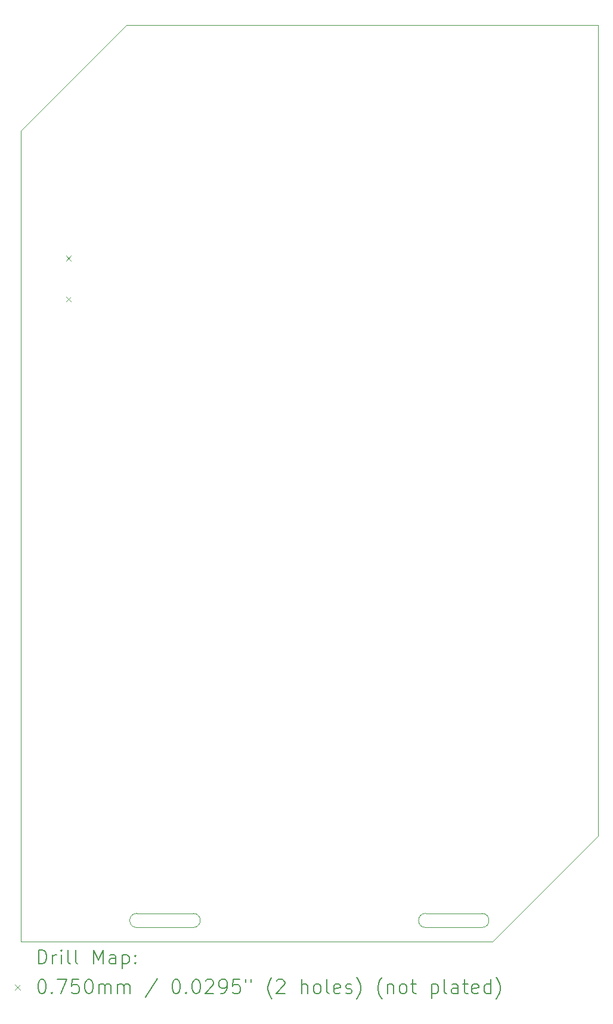
<source format=gbr>
%TF.GenerationSoftware,KiCad,Pcbnew,8.0.0*%
%TF.CreationDate,2024-05-13T05:07:44+08:00*%
%TF.ProjectId,pcb_badge,7063625f-6261-4646-9765-2e6b69636164,rev?*%
%TF.SameCoordinates,Original*%
%TF.FileFunction,Drillmap*%
%TF.FilePolarity,Positive*%
%FSLAX45Y45*%
G04 Gerber Fmt 4.5, Leading zero omitted, Abs format (unit mm)*
G04 Created by KiCad (PCBNEW 8.0.0) date 2024-05-13 05:07:44*
%MOMM*%
%LPD*%
G01*
G04 APERTURE LIST*
%ADD10C,0.100000*%
%ADD11C,0.200000*%
G04 APERTURE END LIST*
D10*
X13950000Y-15600000D02*
G75*
G02*
X13950000Y-15800000I0J-100000D01*
G01*
X9050000Y-15800000D02*
X9850000Y-15800000D01*
X9050000Y-15800000D02*
G75*
G02*
X9050000Y-15600000I0J100000D01*
G01*
X8900000Y-3000000D02*
X15600000Y-3000000D01*
X7400000Y-4500000D02*
X7400000Y-16000000D01*
X13150000Y-15600000D02*
X13950000Y-15600000D01*
X13150000Y-15800000D02*
X13950000Y-15800000D01*
X13150000Y-15800000D02*
G75*
G02*
X13150000Y-15600000I0J100000D01*
G01*
X14100000Y-16000000D02*
X15600000Y-14500000D01*
X9050000Y-15600000D02*
X9850000Y-15600000D01*
X9850000Y-15600000D02*
G75*
G02*
X9850000Y-15800000I0J-100000D01*
G01*
X7400000Y-16000000D02*
X14100000Y-16000000D01*
X15600000Y-14500000D02*
X15600000Y-3000000D01*
X8900000Y-3000000D02*
X7400000Y-4500000D01*
D11*
D10*
X8043500Y-6272500D02*
X8118500Y-6347500D01*
X8118500Y-6272500D02*
X8043500Y-6347500D01*
X8043500Y-6852500D02*
X8118500Y-6927500D01*
X8118500Y-6852500D02*
X8043500Y-6927500D01*
D11*
X7655777Y-16316484D02*
X7655777Y-16116484D01*
X7655777Y-16116484D02*
X7703396Y-16116484D01*
X7703396Y-16116484D02*
X7731967Y-16126008D01*
X7731967Y-16126008D02*
X7751015Y-16145055D01*
X7751015Y-16145055D02*
X7760539Y-16164103D01*
X7760539Y-16164103D02*
X7770063Y-16202198D01*
X7770063Y-16202198D02*
X7770063Y-16230769D01*
X7770063Y-16230769D02*
X7760539Y-16268865D01*
X7760539Y-16268865D02*
X7751015Y-16287912D01*
X7751015Y-16287912D02*
X7731967Y-16306960D01*
X7731967Y-16306960D02*
X7703396Y-16316484D01*
X7703396Y-16316484D02*
X7655777Y-16316484D01*
X7855777Y-16316484D02*
X7855777Y-16183150D01*
X7855777Y-16221246D02*
X7865301Y-16202198D01*
X7865301Y-16202198D02*
X7874825Y-16192674D01*
X7874825Y-16192674D02*
X7893872Y-16183150D01*
X7893872Y-16183150D02*
X7912920Y-16183150D01*
X7979586Y-16316484D02*
X7979586Y-16183150D01*
X7979586Y-16116484D02*
X7970063Y-16126008D01*
X7970063Y-16126008D02*
X7979586Y-16135531D01*
X7979586Y-16135531D02*
X7989110Y-16126008D01*
X7989110Y-16126008D02*
X7979586Y-16116484D01*
X7979586Y-16116484D02*
X7979586Y-16135531D01*
X8103396Y-16316484D02*
X8084348Y-16306960D01*
X8084348Y-16306960D02*
X8074825Y-16287912D01*
X8074825Y-16287912D02*
X8074825Y-16116484D01*
X8208158Y-16316484D02*
X8189110Y-16306960D01*
X8189110Y-16306960D02*
X8179586Y-16287912D01*
X8179586Y-16287912D02*
X8179586Y-16116484D01*
X8436729Y-16316484D02*
X8436729Y-16116484D01*
X8436729Y-16116484D02*
X8503396Y-16259341D01*
X8503396Y-16259341D02*
X8570063Y-16116484D01*
X8570063Y-16116484D02*
X8570063Y-16316484D01*
X8751015Y-16316484D02*
X8751015Y-16211722D01*
X8751015Y-16211722D02*
X8741491Y-16192674D01*
X8741491Y-16192674D02*
X8722444Y-16183150D01*
X8722444Y-16183150D02*
X8684348Y-16183150D01*
X8684348Y-16183150D02*
X8665301Y-16192674D01*
X8751015Y-16306960D02*
X8731968Y-16316484D01*
X8731968Y-16316484D02*
X8684348Y-16316484D01*
X8684348Y-16316484D02*
X8665301Y-16306960D01*
X8665301Y-16306960D02*
X8655777Y-16287912D01*
X8655777Y-16287912D02*
X8655777Y-16268865D01*
X8655777Y-16268865D02*
X8665301Y-16249817D01*
X8665301Y-16249817D02*
X8684348Y-16240293D01*
X8684348Y-16240293D02*
X8731968Y-16240293D01*
X8731968Y-16240293D02*
X8751015Y-16230769D01*
X8846253Y-16183150D02*
X8846253Y-16383150D01*
X8846253Y-16192674D02*
X8865301Y-16183150D01*
X8865301Y-16183150D02*
X8903396Y-16183150D01*
X8903396Y-16183150D02*
X8922444Y-16192674D01*
X8922444Y-16192674D02*
X8931968Y-16202198D01*
X8931968Y-16202198D02*
X8941491Y-16221246D01*
X8941491Y-16221246D02*
X8941491Y-16278388D01*
X8941491Y-16278388D02*
X8931968Y-16297436D01*
X8931968Y-16297436D02*
X8922444Y-16306960D01*
X8922444Y-16306960D02*
X8903396Y-16316484D01*
X8903396Y-16316484D02*
X8865301Y-16316484D01*
X8865301Y-16316484D02*
X8846253Y-16306960D01*
X9027206Y-16297436D02*
X9036729Y-16306960D01*
X9036729Y-16306960D02*
X9027206Y-16316484D01*
X9027206Y-16316484D02*
X9017682Y-16306960D01*
X9017682Y-16306960D02*
X9027206Y-16297436D01*
X9027206Y-16297436D02*
X9027206Y-16316484D01*
X9027206Y-16192674D02*
X9036729Y-16202198D01*
X9036729Y-16202198D02*
X9027206Y-16211722D01*
X9027206Y-16211722D02*
X9017682Y-16202198D01*
X9017682Y-16202198D02*
X9027206Y-16192674D01*
X9027206Y-16192674D02*
X9027206Y-16211722D01*
D10*
X7320000Y-16607500D02*
X7395000Y-16682500D01*
X7395000Y-16607500D02*
X7320000Y-16682500D01*
D11*
X7693872Y-16536484D02*
X7712920Y-16536484D01*
X7712920Y-16536484D02*
X7731967Y-16546008D01*
X7731967Y-16546008D02*
X7741491Y-16555531D01*
X7741491Y-16555531D02*
X7751015Y-16574579D01*
X7751015Y-16574579D02*
X7760539Y-16612674D01*
X7760539Y-16612674D02*
X7760539Y-16660293D01*
X7760539Y-16660293D02*
X7751015Y-16698388D01*
X7751015Y-16698388D02*
X7741491Y-16717436D01*
X7741491Y-16717436D02*
X7731967Y-16726960D01*
X7731967Y-16726960D02*
X7712920Y-16736484D01*
X7712920Y-16736484D02*
X7693872Y-16736484D01*
X7693872Y-16736484D02*
X7674825Y-16726960D01*
X7674825Y-16726960D02*
X7665301Y-16717436D01*
X7665301Y-16717436D02*
X7655777Y-16698388D01*
X7655777Y-16698388D02*
X7646253Y-16660293D01*
X7646253Y-16660293D02*
X7646253Y-16612674D01*
X7646253Y-16612674D02*
X7655777Y-16574579D01*
X7655777Y-16574579D02*
X7665301Y-16555531D01*
X7665301Y-16555531D02*
X7674825Y-16546008D01*
X7674825Y-16546008D02*
X7693872Y-16536484D01*
X7846253Y-16717436D02*
X7855777Y-16726960D01*
X7855777Y-16726960D02*
X7846253Y-16736484D01*
X7846253Y-16736484D02*
X7836729Y-16726960D01*
X7836729Y-16726960D02*
X7846253Y-16717436D01*
X7846253Y-16717436D02*
X7846253Y-16736484D01*
X7922444Y-16536484D02*
X8055777Y-16536484D01*
X8055777Y-16536484D02*
X7970063Y-16736484D01*
X8227206Y-16536484D02*
X8131967Y-16536484D01*
X8131967Y-16536484D02*
X8122444Y-16631722D01*
X8122444Y-16631722D02*
X8131967Y-16622198D01*
X8131967Y-16622198D02*
X8151015Y-16612674D01*
X8151015Y-16612674D02*
X8198634Y-16612674D01*
X8198634Y-16612674D02*
X8217682Y-16622198D01*
X8217682Y-16622198D02*
X8227206Y-16631722D01*
X8227206Y-16631722D02*
X8236729Y-16650769D01*
X8236729Y-16650769D02*
X8236729Y-16698388D01*
X8236729Y-16698388D02*
X8227206Y-16717436D01*
X8227206Y-16717436D02*
X8217682Y-16726960D01*
X8217682Y-16726960D02*
X8198634Y-16736484D01*
X8198634Y-16736484D02*
X8151015Y-16736484D01*
X8151015Y-16736484D02*
X8131967Y-16726960D01*
X8131967Y-16726960D02*
X8122444Y-16717436D01*
X8360539Y-16536484D02*
X8379587Y-16536484D01*
X8379587Y-16536484D02*
X8398634Y-16546008D01*
X8398634Y-16546008D02*
X8408158Y-16555531D01*
X8408158Y-16555531D02*
X8417682Y-16574579D01*
X8417682Y-16574579D02*
X8427206Y-16612674D01*
X8427206Y-16612674D02*
X8427206Y-16660293D01*
X8427206Y-16660293D02*
X8417682Y-16698388D01*
X8417682Y-16698388D02*
X8408158Y-16717436D01*
X8408158Y-16717436D02*
X8398634Y-16726960D01*
X8398634Y-16726960D02*
X8379587Y-16736484D01*
X8379587Y-16736484D02*
X8360539Y-16736484D01*
X8360539Y-16736484D02*
X8341491Y-16726960D01*
X8341491Y-16726960D02*
X8331967Y-16717436D01*
X8331967Y-16717436D02*
X8322444Y-16698388D01*
X8322444Y-16698388D02*
X8312920Y-16660293D01*
X8312920Y-16660293D02*
X8312920Y-16612674D01*
X8312920Y-16612674D02*
X8322444Y-16574579D01*
X8322444Y-16574579D02*
X8331967Y-16555531D01*
X8331967Y-16555531D02*
X8341491Y-16546008D01*
X8341491Y-16546008D02*
X8360539Y-16536484D01*
X8512920Y-16736484D02*
X8512920Y-16603150D01*
X8512920Y-16622198D02*
X8522444Y-16612674D01*
X8522444Y-16612674D02*
X8541491Y-16603150D01*
X8541491Y-16603150D02*
X8570063Y-16603150D01*
X8570063Y-16603150D02*
X8589110Y-16612674D01*
X8589110Y-16612674D02*
X8598634Y-16631722D01*
X8598634Y-16631722D02*
X8598634Y-16736484D01*
X8598634Y-16631722D02*
X8608158Y-16612674D01*
X8608158Y-16612674D02*
X8627206Y-16603150D01*
X8627206Y-16603150D02*
X8655777Y-16603150D01*
X8655777Y-16603150D02*
X8674825Y-16612674D01*
X8674825Y-16612674D02*
X8684349Y-16631722D01*
X8684349Y-16631722D02*
X8684349Y-16736484D01*
X8779587Y-16736484D02*
X8779587Y-16603150D01*
X8779587Y-16622198D02*
X8789110Y-16612674D01*
X8789110Y-16612674D02*
X8808158Y-16603150D01*
X8808158Y-16603150D02*
X8836730Y-16603150D01*
X8836730Y-16603150D02*
X8855777Y-16612674D01*
X8855777Y-16612674D02*
X8865301Y-16631722D01*
X8865301Y-16631722D02*
X8865301Y-16736484D01*
X8865301Y-16631722D02*
X8874825Y-16612674D01*
X8874825Y-16612674D02*
X8893872Y-16603150D01*
X8893872Y-16603150D02*
X8922444Y-16603150D01*
X8922444Y-16603150D02*
X8941491Y-16612674D01*
X8941491Y-16612674D02*
X8951015Y-16631722D01*
X8951015Y-16631722D02*
X8951015Y-16736484D01*
X9341491Y-16526960D02*
X9170063Y-16784103D01*
X9598634Y-16536484D02*
X9617682Y-16536484D01*
X9617682Y-16536484D02*
X9636730Y-16546008D01*
X9636730Y-16546008D02*
X9646253Y-16555531D01*
X9646253Y-16555531D02*
X9655777Y-16574579D01*
X9655777Y-16574579D02*
X9665301Y-16612674D01*
X9665301Y-16612674D02*
X9665301Y-16660293D01*
X9665301Y-16660293D02*
X9655777Y-16698388D01*
X9655777Y-16698388D02*
X9646253Y-16717436D01*
X9646253Y-16717436D02*
X9636730Y-16726960D01*
X9636730Y-16726960D02*
X9617682Y-16736484D01*
X9617682Y-16736484D02*
X9598634Y-16736484D01*
X9598634Y-16736484D02*
X9579587Y-16726960D01*
X9579587Y-16726960D02*
X9570063Y-16717436D01*
X9570063Y-16717436D02*
X9560539Y-16698388D01*
X9560539Y-16698388D02*
X9551015Y-16660293D01*
X9551015Y-16660293D02*
X9551015Y-16612674D01*
X9551015Y-16612674D02*
X9560539Y-16574579D01*
X9560539Y-16574579D02*
X9570063Y-16555531D01*
X9570063Y-16555531D02*
X9579587Y-16546008D01*
X9579587Y-16546008D02*
X9598634Y-16536484D01*
X9751015Y-16717436D02*
X9760539Y-16726960D01*
X9760539Y-16726960D02*
X9751015Y-16736484D01*
X9751015Y-16736484D02*
X9741492Y-16726960D01*
X9741492Y-16726960D02*
X9751015Y-16717436D01*
X9751015Y-16717436D02*
X9751015Y-16736484D01*
X9884349Y-16536484D02*
X9903396Y-16536484D01*
X9903396Y-16536484D02*
X9922444Y-16546008D01*
X9922444Y-16546008D02*
X9931968Y-16555531D01*
X9931968Y-16555531D02*
X9941492Y-16574579D01*
X9941492Y-16574579D02*
X9951015Y-16612674D01*
X9951015Y-16612674D02*
X9951015Y-16660293D01*
X9951015Y-16660293D02*
X9941492Y-16698388D01*
X9941492Y-16698388D02*
X9931968Y-16717436D01*
X9931968Y-16717436D02*
X9922444Y-16726960D01*
X9922444Y-16726960D02*
X9903396Y-16736484D01*
X9903396Y-16736484D02*
X9884349Y-16736484D01*
X9884349Y-16736484D02*
X9865301Y-16726960D01*
X9865301Y-16726960D02*
X9855777Y-16717436D01*
X9855777Y-16717436D02*
X9846253Y-16698388D01*
X9846253Y-16698388D02*
X9836730Y-16660293D01*
X9836730Y-16660293D02*
X9836730Y-16612674D01*
X9836730Y-16612674D02*
X9846253Y-16574579D01*
X9846253Y-16574579D02*
X9855777Y-16555531D01*
X9855777Y-16555531D02*
X9865301Y-16546008D01*
X9865301Y-16546008D02*
X9884349Y-16536484D01*
X10027206Y-16555531D02*
X10036730Y-16546008D01*
X10036730Y-16546008D02*
X10055777Y-16536484D01*
X10055777Y-16536484D02*
X10103396Y-16536484D01*
X10103396Y-16536484D02*
X10122444Y-16546008D01*
X10122444Y-16546008D02*
X10131968Y-16555531D01*
X10131968Y-16555531D02*
X10141492Y-16574579D01*
X10141492Y-16574579D02*
X10141492Y-16593627D01*
X10141492Y-16593627D02*
X10131968Y-16622198D01*
X10131968Y-16622198D02*
X10017682Y-16736484D01*
X10017682Y-16736484D02*
X10141492Y-16736484D01*
X10236730Y-16736484D02*
X10274825Y-16736484D01*
X10274825Y-16736484D02*
X10293873Y-16726960D01*
X10293873Y-16726960D02*
X10303396Y-16717436D01*
X10303396Y-16717436D02*
X10322444Y-16688865D01*
X10322444Y-16688865D02*
X10331968Y-16650769D01*
X10331968Y-16650769D02*
X10331968Y-16574579D01*
X10331968Y-16574579D02*
X10322444Y-16555531D01*
X10322444Y-16555531D02*
X10312920Y-16546008D01*
X10312920Y-16546008D02*
X10293873Y-16536484D01*
X10293873Y-16536484D02*
X10255777Y-16536484D01*
X10255777Y-16536484D02*
X10236730Y-16546008D01*
X10236730Y-16546008D02*
X10227206Y-16555531D01*
X10227206Y-16555531D02*
X10217682Y-16574579D01*
X10217682Y-16574579D02*
X10217682Y-16622198D01*
X10217682Y-16622198D02*
X10227206Y-16641246D01*
X10227206Y-16641246D02*
X10236730Y-16650769D01*
X10236730Y-16650769D02*
X10255777Y-16660293D01*
X10255777Y-16660293D02*
X10293873Y-16660293D01*
X10293873Y-16660293D02*
X10312920Y-16650769D01*
X10312920Y-16650769D02*
X10322444Y-16641246D01*
X10322444Y-16641246D02*
X10331968Y-16622198D01*
X10512920Y-16536484D02*
X10417682Y-16536484D01*
X10417682Y-16536484D02*
X10408158Y-16631722D01*
X10408158Y-16631722D02*
X10417682Y-16622198D01*
X10417682Y-16622198D02*
X10436730Y-16612674D01*
X10436730Y-16612674D02*
X10484349Y-16612674D01*
X10484349Y-16612674D02*
X10503396Y-16622198D01*
X10503396Y-16622198D02*
X10512920Y-16631722D01*
X10512920Y-16631722D02*
X10522444Y-16650769D01*
X10522444Y-16650769D02*
X10522444Y-16698388D01*
X10522444Y-16698388D02*
X10512920Y-16717436D01*
X10512920Y-16717436D02*
X10503396Y-16726960D01*
X10503396Y-16726960D02*
X10484349Y-16736484D01*
X10484349Y-16736484D02*
X10436730Y-16736484D01*
X10436730Y-16736484D02*
X10417682Y-16726960D01*
X10417682Y-16726960D02*
X10408158Y-16717436D01*
X10598634Y-16536484D02*
X10598634Y-16574579D01*
X10674825Y-16536484D02*
X10674825Y-16574579D01*
X10970063Y-16812674D02*
X10960539Y-16803150D01*
X10960539Y-16803150D02*
X10941492Y-16774579D01*
X10941492Y-16774579D02*
X10931968Y-16755531D01*
X10931968Y-16755531D02*
X10922444Y-16726960D01*
X10922444Y-16726960D02*
X10912920Y-16679341D01*
X10912920Y-16679341D02*
X10912920Y-16641246D01*
X10912920Y-16641246D02*
X10922444Y-16593627D01*
X10922444Y-16593627D02*
X10931968Y-16565055D01*
X10931968Y-16565055D02*
X10941492Y-16546008D01*
X10941492Y-16546008D02*
X10960539Y-16517436D01*
X10960539Y-16517436D02*
X10970063Y-16507912D01*
X11036730Y-16555531D02*
X11046254Y-16546008D01*
X11046254Y-16546008D02*
X11065301Y-16536484D01*
X11065301Y-16536484D02*
X11112920Y-16536484D01*
X11112920Y-16536484D02*
X11131968Y-16546008D01*
X11131968Y-16546008D02*
X11141492Y-16555531D01*
X11141492Y-16555531D02*
X11151015Y-16574579D01*
X11151015Y-16574579D02*
X11151015Y-16593627D01*
X11151015Y-16593627D02*
X11141492Y-16622198D01*
X11141492Y-16622198D02*
X11027206Y-16736484D01*
X11027206Y-16736484D02*
X11151015Y-16736484D01*
X11389111Y-16736484D02*
X11389111Y-16536484D01*
X11474825Y-16736484D02*
X11474825Y-16631722D01*
X11474825Y-16631722D02*
X11465301Y-16612674D01*
X11465301Y-16612674D02*
X11446254Y-16603150D01*
X11446254Y-16603150D02*
X11417682Y-16603150D01*
X11417682Y-16603150D02*
X11398634Y-16612674D01*
X11398634Y-16612674D02*
X11389111Y-16622198D01*
X11598634Y-16736484D02*
X11579587Y-16726960D01*
X11579587Y-16726960D02*
X11570063Y-16717436D01*
X11570063Y-16717436D02*
X11560539Y-16698388D01*
X11560539Y-16698388D02*
X11560539Y-16641246D01*
X11560539Y-16641246D02*
X11570063Y-16622198D01*
X11570063Y-16622198D02*
X11579587Y-16612674D01*
X11579587Y-16612674D02*
X11598634Y-16603150D01*
X11598634Y-16603150D02*
X11627206Y-16603150D01*
X11627206Y-16603150D02*
X11646254Y-16612674D01*
X11646254Y-16612674D02*
X11655777Y-16622198D01*
X11655777Y-16622198D02*
X11665301Y-16641246D01*
X11665301Y-16641246D02*
X11665301Y-16698388D01*
X11665301Y-16698388D02*
X11655777Y-16717436D01*
X11655777Y-16717436D02*
X11646254Y-16726960D01*
X11646254Y-16726960D02*
X11627206Y-16736484D01*
X11627206Y-16736484D02*
X11598634Y-16736484D01*
X11779587Y-16736484D02*
X11760539Y-16726960D01*
X11760539Y-16726960D02*
X11751015Y-16707912D01*
X11751015Y-16707912D02*
X11751015Y-16536484D01*
X11931968Y-16726960D02*
X11912920Y-16736484D01*
X11912920Y-16736484D02*
X11874825Y-16736484D01*
X11874825Y-16736484D02*
X11855777Y-16726960D01*
X11855777Y-16726960D02*
X11846254Y-16707912D01*
X11846254Y-16707912D02*
X11846254Y-16631722D01*
X11846254Y-16631722D02*
X11855777Y-16612674D01*
X11855777Y-16612674D02*
X11874825Y-16603150D01*
X11874825Y-16603150D02*
X11912920Y-16603150D01*
X11912920Y-16603150D02*
X11931968Y-16612674D01*
X11931968Y-16612674D02*
X11941492Y-16631722D01*
X11941492Y-16631722D02*
X11941492Y-16650769D01*
X11941492Y-16650769D02*
X11846254Y-16669817D01*
X12017682Y-16726960D02*
X12036730Y-16736484D01*
X12036730Y-16736484D02*
X12074825Y-16736484D01*
X12074825Y-16736484D02*
X12093873Y-16726960D01*
X12093873Y-16726960D02*
X12103396Y-16707912D01*
X12103396Y-16707912D02*
X12103396Y-16698388D01*
X12103396Y-16698388D02*
X12093873Y-16679341D01*
X12093873Y-16679341D02*
X12074825Y-16669817D01*
X12074825Y-16669817D02*
X12046254Y-16669817D01*
X12046254Y-16669817D02*
X12027206Y-16660293D01*
X12027206Y-16660293D02*
X12017682Y-16641246D01*
X12017682Y-16641246D02*
X12017682Y-16631722D01*
X12017682Y-16631722D02*
X12027206Y-16612674D01*
X12027206Y-16612674D02*
X12046254Y-16603150D01*
X12046254Y-16603150D02*
X12074825Y-16603150D01*
X12074825Y-16603150D02*
X12093873Y-16612674D01*
X12170063Y-16812674D02*
X12179587Y-16803150D01*
X12179587Y-16803150D02*
X12198635Y-16774579D01*
X12198635Y-16774579D02*
X12208158Y-16755531D01*
X12208158Y-16755531D02*
X12217682Y-16726960D01*
X12217682Y-16726960D02*
X12227206Y-16679341D01*
X12227206Y-16679341D02*
X12227206Y-16641246D01*
X12227206Y-16641246D02*
X12217682Y-16593627D01*
X12217682Y-16593627D02*
X12208158Y-16565055D01*
X12208158Y-16565055D02*
X12198635Y-16546008D01*
X12198635Y-16546008D02*
X12179587Y-16517436D01*
X12179587Y-16517436D02*
X12170063Y-16507912D01*
X12531968Y-16812674D02*
X12522444Y-16803150D01*
X12522444Y-16803150D02*
X12503396Y-16774579D01*
X12503396Y-16774579D02*
X12493873Y-16755531D01*
X12493873Y-16755531D02*
X12484349Y-16726960D01*
X12484349Y-16726960D02*
X12474825Y-16679341D01*
X12474825Y-16679341D02*
X12474825Y-16641246D01*
X12474825Y-16641246D02*
X12484349Y-16593627D01*
X12484349Y-16593627D02*
X12493873Y-16565055D01*
X12493873Y-16565055D02*
X12503396Y-16546008D01*
X12503396Y-16546008D02*
X12522444Y-16517436D01*
X12522444Y-16517436D02*
X12531968Y-16507912D01*
X12608158Y-16603150D02*
X12608158Y-16736484D01*
X12608158Y-16622198D02*
X12617682Y-16612674D01*
X12617682Y-16612674D02*
X12636730Y-16603150D01*
X12636730Y-16603150D02*
X12665301Y-16603150D01*
X12665301Y-16603150D02*
X12684349Y-16612674D01*
X12684349Y-16612674D02*
X12693873Y-16631722D01*
X12693873Y-16631722D02*
X12693873Y-16736484D01*
X12817682Y-16736484D02*
X12798635Y-16726960D01*
X12798635Y-16726960D02*
X12789111Y-16717436D01*
X12789111Y-16717436D02*
X12779587Y-16698388D01*
X12779587Y-16698388D02*
X12779587Y-16641246D01*
X12779587Y-16641246D02*
X12789111Y-16622198D01*
X12789111Y-16622198D02*
X12798635Y-16612674D01*
X12798635Y-16612674D02*
X12817682Y-16603150D01*
X12817682Y-16603150D02*
X12846254Y-16603150D01*
X12846254Y-16603150D02*
X12865301Y-16612674D01*
X12865301Y-16612674D02*
X12874825Y-16622198D01*
X12874825Y-16622198D02*
X12884349Y-16641246D01*
X12884349Y-16641246D02*
X12884349Y-16698388D01*
X12884349Y-16698388D02*
X12874825Y-16717436D01*
X12874825Y-16717436D02*
X12865301Y-16726960D01*
X12865301Y-16726960D02*
X12846254Y-16736484D01*
X12846254Y-16736484D02*
X12817682Y-16736484D01*
X12941492Y-16603150D02*
X13017682Y-16603150D01*
X12970063Y-16536484D02*
X12970063Y-16707912D01*
X12970063Y-16707912D02*
X12979587Y-16726960D01*
X12979587Y-16726960D02*
X12998635Y-16736484D01*
X12998635Y-16736484D02*
X13017682Y-16736484D01*
X13236730Y-16603150D02*
X13236730Y-16803150D01*
X13236730Y-16612674D02*
X13255777Y-16603150D01*
X13255777Y-16603150D02*
X13293873Y-16603150D01*
X13293873Y-16603150D02*
X13312920Y-16612674D01*
X13312920Y-16612674D02*
X13322444Y-16622198D01*
X13322444Y-16622198D02*
X13331968Y-16641246D01*
X13331968Y-16641246D02*
X13331968Y-16698388D01*
X13331968Y-16698388D02*
X13322444Y-16717436D01*
X13322444Y-16717436D02*
X13312920Y-16726960D01*
X13312920Y-16726960D02*
X13293873Y-16736484D01*
X13293873Y-16736484D02*
X13255777Y-16736484D01*
X13255777Y-16736484D02*
X13236730Y-16726960D01*
X13446254Y-16736484D02*
X13427206Y-16726960D01*
X13427206Y-16726960D02*
X13417682Y-16707912D01*
X13417682Y-16707912D02*
X13417682Y-16536484D01*
X13608158Y-16736484D02*
X13608158Y-16631722D01*
X13608158Y-16631722D02*
X13598635Y-16612674D01*
X13598635Y-16612674D02*
X13579587Y-16603150D01*
X13579587Y-16603150D02*
X13541492Y-16603150D01*
X13541492Y-16603150D02*
X13522444Y-16612674D01*
X13608158Y-16726960D02*
X13589111Y-16736484D01*
X13589111Y-16736484D02*
X13541492Y-16736484D01*
X13541492Y-16736484D02*
X13522444Y-16726960D01*
X13522444Y-16726960D02*
X13512920Y-16707912D01*
X13512920Y-16707912D02*
X13512920Y-16688865D01*
X13512920Y-16688865D02*
X13522444Y-16669817D01*
X13522444Y-16669817D02*
X13541492Y-16660293D01*
X13541492Y-16660293D02*
X13589111Y-16660293D01*
X13589111Y-16660293D02*
X13608158Y-16650769D01*
X13674825Y-16603150D02*
X13751016Y-16603150D01*
X13703397Y-16536484D02*
X13703397Y-16707912D01*
X13703397Y-16707912D02*
X13712920Y-16726960D01*
X13712920Y-16726960D02*
X13731968Y-16736484D01*
X13731968Y-16736484D02*
X13751016Y-16736484D01*
X13893873Y-16726960D02*
X13874825Y-16736484D01*
X13874825Y-16736484D02*
X13836730Y-16736484D01*
X13836730Y-16736484D02*
X13817682Y-16726960D01*
X13817682Y-16726960D02*
X13808158Y-16707912D01*
X13808158Y-16707912D02*
X13808158Y-16631722D01*
X13808158Y-16631722D02*
X13817682Y-16612674D01*
X13817682Y-16612674D02*
X13836730Y-16603150D01*
X13836730Y-16603150D02*
X13874825Y-16603150D01*
X13874825Y-16603150D02*
X13893873Y-16612674D01*
X13893873Y-16612674D02*
X13903397Y-16631722D01*
X13903397Y-16631722D02*
X13903397Y-16650769D01*
X13903397Y-16650769D02*
X13808158Y-16669817D01*
X14074825Y-16736484D02*
X14074825Y-16536484D01*
X14074825Y-16726960D02*
X14055778Y-16736484D01*
X14055778Y-16736484D02*
X14017682Y-16736484D01*
X14017682Y-16736484D02*
X13998635Y-16726960D01*
X13998635Y-16726960D02*
X13989111Y-16717436D01*
X13989111Y-16717436D02*
X13979587Y-16698388D01*
X13979587Y-16698388D02*
X13979587Y-16641246D01*
X13979587Y-16641246D02*
X13989111Y-16622198D01*
X13989111Y-16622198D02*
X13998635Y-16612674D01*
X13998635Y-16612674D02*
X14017682Y-16603150D01*
X14017682Y-16603150D02*
X14055778Y-16603150D01*
X14055778Y-16603150D02*
X14074825Y-16612674D01*
X14151016Y-16812674D02*
X14160539Y-16803150D01*
X14160539Y-16803150D02*
X14179587Y-16774579D01*
X14179587Y-16774579D02*
X14189111Y-16755531D01*
X14189111Y-16755531D02*
X14198635Y-16726960D01*
X14198635Y-16726960D02*
X14208158Y-16679341D01*
X14208158Y-16679341D02*
X14208158Y-16641246D01*
X14208158Y-16641246D02*
X14198635Y-16593627D01*
X14198635Y-16593627D02*
X14189111Y-16565055D01*
X14189111Y-16565055D02*
X14179587Y-16546008D01*
X14179587Y-16546008D02*
X14160539Y-16517436D01*
X14160539Y-16517436D02*
X14151016Y-16507912D01*
M02*

</source>
